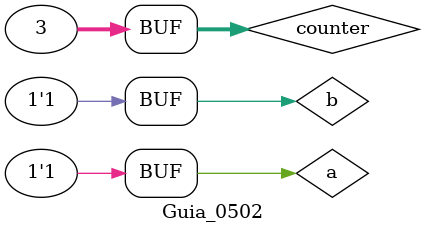
<source format=v>

module QUESTAO(output s, input a, input b); // (a+b')
	wire n1;
	nand not1(n1, a, a);
	nand expr(s, n1, b);
endmodule

module Guia_0502;

	integer counter;
	reg a, b;
	wire s;
	QUESTAO nd(.s(s), .a(a), .b(b));

	initial begin:main;
		a=0; b=0; counter = 0;
		$display("Guia_05 - Questao 2");
		$display("Tabela verdade da expressao (a+b')");
		$display("m | a b | s");
		$monitor("%0d | %b %b | %b", counter, a,b,s);
#1 b=1; counter++;
#1 b=0; a=1; counter++;
#1 b=1; counter++;
	end
endmodule

</source>
